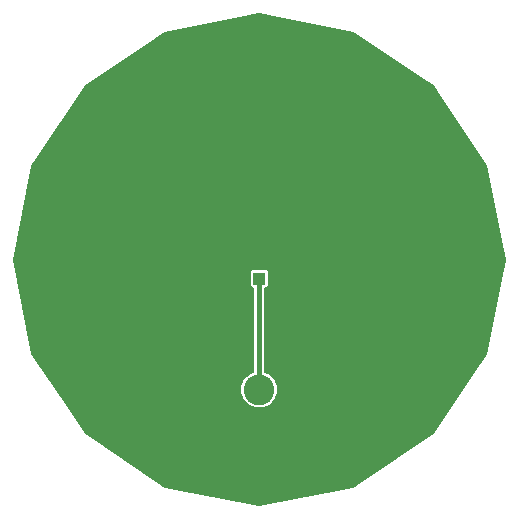
<source format=gtl>
G04 #@! TF.FileFunction,Copper,L1,Top,Signal*
%FSLAX46Y46*%
G04 Gerber Fmt 4.6, Leading zero omitted, Abs format (unit mm)*
G04 Created by KiCad (PCBNEW 4.0.7) date 07/17/18 18:45:13*
%MOMM*%
%LPD*%
G01*
G04 APERTURE LIST*
%ADD10C,0.100000*%
%ADD11C,2.600000*%
%ADD12R,1.050000X2.200000*%
%ADD13R,1.000000X1.000000*%
%ADD14C,0.400000*%
%ADD15C,0.250000*%
%ADD16C,0.200000*%
G04 APERTURE END LIST*
D10*
D11*
X100000000Y-111000000D03*
D12*
X101475000Y-100000000D03*
X98525000Y-100000000D03*
D13*
X100000000Y-101600000D03*
D14*
X100000000Y-101600000D02*
X100000000Y-111000000D01*
D15*
X100000000Y-111430000D02*
X100330000Y-111760000D01*
D16*
G36*
X107964868Y-80771108D02*
X114717157Y-85282843D01*
X119228892Y-92035132D01*
X120813203Y-100000000D01*
X119228892Y-107964868D01*
X114717157Y-114717157D01*
X107964868Y-119228892D01*
X100000000Y-120813203D01*
X92035132Y-119228892D01*
X85282843Y-114717157D01*
X83010840Y-111316863D01*
X98399723Y-111316863D01*
X98642795Y-111905143D01*
X99092489Y-112355623D01*
X99680344Y-112599722D01*
X100316863Y-112600277D01*
X100905143Y-112357205D01*
X101355623Y-111907511D01*
X101599722Y-111319656D01*
X101600277Y-110683137D01*
X101357205Y-110094857D01*
X100907511Y-109644377D01*
X100500000Y-109475163D01*
X100500000Y-102405877D01*
X100611173Y-102384958D01*
X100713279Y-102319255D01*
X100781778Y-102219003D01*
X100805877Y-102100000D01*
X100805877Y-101100000D01*
X100784958Y-100988827D01*
X100719255Y-100886721D01*
X100619003Y-100818222D01*
X100500000Y-100794123D01*
X99500000Y-100794123D01*
X99388827Y-100815042D01*
X99286721Y-100880745D01*
X99218222Y-100980997D01*
X99194123Y-101100000D01*
X99194123Y-102100000D01*
X99215042Y-102211173D01*
X99280745Y-102313279D01*
X99380997Y-102381778D01*
X99500000Y-102405877D01*
X99500000Y-109475394D01*
X99094857Y-109642795D01*
X98644377Y-110092489D01*
X98400278Y-110680344D01*
X98399723Y-111316863D01*
X83010840Y-111316863D01*
X80771108Y-107964868D01*
X79186797Y-100000000D01*
X80771108Y-92035132D01*
X85282843Y-85282843D01*
X92035132Y-80771108D01*
X100000000Y-79186797D01*
X107964868Y-80771108D01*
X107964868Y-80771108D01*
G37*
X107964868Y-80771108D02*
X114717157Y-85282843D01*
X119228892Y-92035132D01*
X120813203Y-100000000D01*
X119228892Y-107964868D01*
X114717157Y-114717157D01*
X107964868Y-119228892D01*
X100000000Y-120813203D01*
X92035132Y-119228892D01*
X85282843Y-114717157D01*
X83010840Y-111316863D01*
X98399723Y-111316863D01*
X98642795Y-111905143D01*
X99092489Y-112355623D01*
X99680344Y-112599722D01*
X100316863Y-112600277D01*
X100905143Y-112357205D01*
X101355623Y-111907511D01*
X101599722Y-111319656D01*
X101600277Y-110683137D01*
X101357205Y-110094857D01*
X100907511Y-109644377D01*
X100500000Y-109475163D01*
X100500000Y-102405877D01*
X100611173Y-102384958D01*
X100713279Y-102319255D01*
X100781778Y-102219003D01*
X100805877Y-102100000D01*
X100805877Y-101100000D01*
X100784958Y-100988827D01*
X100719255Y-100886721D01*
X100619003Y-100818222D01*
X100500000Y-100794123D01*
X99500000Y-100794123D01*
X99388827Y-100815042D01*
X99286721Y-100880745D01*
X99218222Y-100980997D01*
X99194123Y-101100000D01*
X99194123Y-102100000D01*
X99215042Y-102211173D01*
X99280745Y-102313279D01*
X99380997Y-102381778D01*
X99500000Y-102405877D01*
X99500000Y-109475394D01*
X99094857Y-109642795D01*
X98644377Y-110092489D01*
X98400278Y-110680344D01*
X98399723Y-111316863D01*
X83010840Y-111316863D01*
X80771108Y-107964868D01*
X79186797Y-100000000D01*
X80771108Y-92035132D01*
X85282843Y-85282843D01*
X92035132Y-80771108D01*
X100000000Y-79186797D01*
X107964868Y-80771108D01*
M02*

</source>
